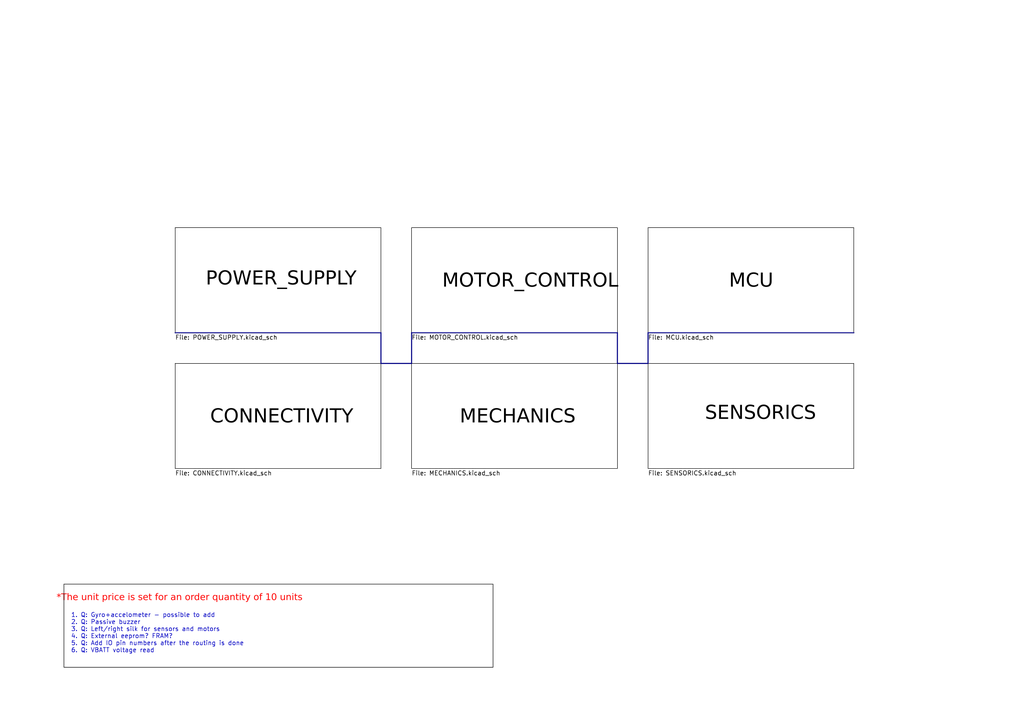
<source format=kicad_sch>
(kicad_sch (version 20231120) (generator "eeschema") (generator_version "8.0")
  (paper "A4")
  (title_block (title "SUMEC_MK_IV") (date "2024-08-05") (rev "v3.0.9") (company "SPS NA PROSEKU") (comment 1 "Made in Prague, Czech Republic") (comment 2 "CONTACT: Savva Popov, savva.popov.sp@gmail.com, +420 605 570 366") (comment 3 "Made by bismarx-v1") (comment 4 "SUMEC MK IV aka SMD-V3 board"))
  (lib_symbols
    (symbol "+3.3V_1" (power) (pin_numbers hide) (pin_names (offset 0) hide)
      (property "Value" "+3.3V_OUT" (at 0.0001 3.81 90))
      (symbol "+3.3V_1_1_1"
        (pin power_in line (at 0 0 90) (length 0) (name "~") (number "1"))
      )
    )
    (symbol "Connector:Conn_01x09_Socket" (pin_names (offset 1.016) hide)
      (property "Reference" "J" (at 0 12.7 0))
      (property "Value" "Conn_01x09_Socket" (at 0 -12.7 0))
      (symbol "Conn_01x09_Socket_1_1"
        (pin passive line (at -5.08 10.16 0) (length 3.81) (name "Pin_1") (number "1"))
        (pin passive line (at -5.08 7.62 0) (length 3.81) (name "Pin_2") (number "2"))
        (pin passive line (at -5.08 5.08 0) (length 3.81) (name "Pin_3") (number "3"))
        (pin passive line (at -5.08 2.54 0) (length 3.81) (name "Pin_4") (number "4"))
        (pin passive line (at -5.08 0 0) (length 3.81) (name "Pin_5") (number "5"))
        (pin passive line (at -5.08 -2.54 0) (length 3.81) (name "Pin_6") (number "6"))
        (pin passive line (at -5.08 -5.08 0) (length 3.81) (name "Pin_7") (number "7"))
        (pin passive line (at -5.08 -7.62 0) (length 3.81) (name "Pin_8") (number "8"))
        (pin passive line (at -5.08 -10.16 0) (length 3.81) (name "Pin_9") (number "9"))
      )
    )
    (symbol "Connector:TestPoint" (pin_numbers hide) (pin_names (offset 0.762) hide)
      (property "Reference" "TP" (at 0 6.858 0))
      (property "Value" "TestPoint" (at 0 5.08 0))
      (symbol "TestPoint_1_1"
        (pin passive line (at 0 0 90) (length 2.54) (name "1") (number "1"))
      )
    )
    (symbol "Converter_DCDC:TBA2-0511"
      (property "Reference" "U" (at -6.35 6.35 0))
      (property "Value" "TBA2-0511" (at 2.54 6.35 0))
      (symbol "TBA2-0511_1_1"
        (pin power_in line (at -10.16 2.54 0) (length 2.54) (name "+Vin") (number "1"))
        (pin power_in line (at -10.16 -2.54 0) (length 2.54) (name "-Vin") (number "2"))
        (pin power_out line (at 10.16 -2.54 180) (length 2.54) (name "-Vout") (number "4"))
        (pin power_out line (at 10.16 2.54 180) (length 2.54) (name "+Vout") (number "6"))
      )
    )
    (symbol "Device:C_Polarized" (pin_numbers hide) (pin_names (offset 0.254))
      (property "Reference" "C" (at 0.635 2.54 0))
      (property "Value" "C_Polarized" (at 0.635 -2.54 0))
      (symbol "C_Polarized_1_1"
        (pin passive line (at 0 3.81 270) (length 2.794) (name "~") (number "1"))
        (pin passive line (at 0 -3.81 90) (length 2.794) (name "~") (number "2"))
      )
    )
    (symbol "GND1_1" (power) (pin_numbers hide) (pin_names (offset 0) hide)
      (property "Value" "GND_OUT" (at 0 -5.08 0))
      (symbol "GND1_1_1_1"
        (pin power_in line (at 0 0 270) (length 0) (name "~") (number "1"))
      )
    )
    (symbol "Regulator_Linear:NCP1117-3.3_SOT223"
      (property "Reference" "U" (at -3.81 3.175 0))
      (property "Value" "NCP1117-3.3_SOT223" (at 0 3.175 0))
      (symbol "NCP1117-3.3_SOT223_1_1"
        (pin power_in line (at 0 -7.62 90) (length 2.54) (name "GND") (number "1"))
        (pin power_out line (at 7.62 0 180) (length 2.54) (name "VO") (number "2"))
        (pin power_in line (at -7.62 0 0) (length 2.54) (name "VI") (number "3"))
      )
    )
    (symbol "power:+3.3V" (power) (pin_numbers hide) (pin_names (offset 0) hide)
      (property "Value" "+3.3V" (at 0 3.556 0))
      (symbol "+3.3V_1_1"
        (pin power_in line (at 0 0 90) (length 0) (name "~") (number "1"))
      )
    )
    (symbol "power:+5V" (power) (pin_numbers hide) (pin_names (offset 0) hide)
      (property "Value" "+5V" (at 0 3.556 0))
      (symbol "+5V_1_1"
        (pin power_in line (at 0 0 90) (length 0) (name "~") (number "1"))
      )
    )
    (symbol "power:+5VP" (power) (pin_numbers hide) (pin_names (offset 0) hide)
      (property "Value" "+5V_OUT" (at -0.0001 3.81 90))
      (symbol "+5VP_1_1"
        (pin power_in line (at 0 0 90) (length 0) (name "~") (number "1"))
      )
    )
    (symbol "power:GND" (power) (pin_numbers hide) (pin_names (offset 0) hide)
      (property "Value" "GND" (at 0 -3.81 0))
      (symbol "GND_1_1"
        (pin power_in line (at 0 0 270) (length 0) (name "~") (number "1"))
      )
    )
    (symbol "sumec_sch_lib:LOGO SMALL" (pin_names (offset 1.016)))
  )
  (junction (at 360.68 147.32))
  (junction (at 345.44 147.32))
  (junction (at -104.14 125.73))
  (junction (at -134.62 68.58))
  (junction (at 356.87 147.32))
  (junction (at -130.81 125.73))
  (junction (at 353.06 147.32))
  (junction (at 349.25 147.32))
  (no_connect (at 345.44 151.13))
  (no_connect (at -105.41 19.05))
  (wire (pts (xy 360.68 147.32) (xy 364.49 147.32)))
  (bus (pts (xy 187.96 105.41) (xy 187.96 96.52)))
  (wire (pts (xy -128.27 6.35) (xy -125.73 6.35)))
  (bus (pts (xy 179.07 105.41) (xy 179.07 96.52)))
  (wire (pts (xy -104.14 68.58) (xy -106.68 68.58)))
  (wire (pts (xy -105.41 73.66) (xy -105.41 76.2)))
  (bus (pts (xy 110.49 105.41) (xy 110.49 96.52)))
  (wire (pts (xy 349.25 147.32) (xy 349.25 144.78)))
  (wire (pts (xy -130.81 127) (xy -130.81 125.73)))
  (wire (pts (xy 345.44 147.32) (xy 345.44 151.13)))
  (wire (pts (xy -100.33 125.73) (xy -104.14 125.73)))
  (wire (pts (xy -128.27 73.66) (xy -127 73.66)))
  (wire (pts (xy -137.16 68.58) (xy -134.62 68.58)))
  (bus (pts (xy 50.8 96.52) (xy 110.49 96.52)))
  (wire (pts (xy -128.27 8.89) (xy -125.73 8.89)))
  (wire (pts (xy 345.44 144.78) (xy 345.44 147.32)))
  (wire (pts (xy -105.41 73.66) (xy -106.68 73.66)))
  (wire (pts (xy -130.81 134.62) (xy -130.81 135.89)))
  (wire (pts (xy 345.44 147.32) (xy 349.25 147.32)))
  (wire (pts (xy -105.41 19.05) (xy -107.95 19.05)))
  (wire (pts (xy -104.14 6.35) (xy -107.95 6.35)))
  (wire (pts (xy -104.14 134.62) (xy -104.14 135.89)))
  (wire (pts (xy -130.81 125.73) (xy -124.46 125.73)))
  (wire (pts (xy 349.25 147.32) (xy 353.06 147.32)))
  (wire (pts (xy -104.14 11.43) (xy -107.95 11.43)))
  (wire (pts (xy -134.62 68.58) (xy -127 68.58)))
  (wire (pts (xy -109.22 125.73) (xy -104.14 125.73)))
  (wire (pts (xy -128.27 73.66) (xy -128.27 76.2)))
  (wire (pts (xy 356.87 144.78) (xy 356.87 147.32)))
  (wire (pts (xy 356.87 147.32) (xy 360.68 147.32)))
  (wire (pts (xy -104.14 8.89) (xy -107.95 8.89)))
  (bus (pts (xy 119.38 96.52) (xy 179.07 96.52)))
  (wire (pts (xy 360.68 147.32) (xy 360.68 144.78)))
  (bus (pts (xy 187.96 105.41) (xy 179.07 105.41)))
  (wire (pts (xy -116.84 135.89) (xy -116.84 133.35)))
  (wire (pts (xy 353.06 147.32) (xy 356.87 147.32)))
  (wire (pts (xy -104.14 127) (xy -104.14 125.73)))
  (wire (pts (xy -134.62 125.73) (xy -130.81 125.73)))
  (wire (pts (xy 353.06 144.78) (xy 353.06 147.32)))
  (bus (pts (xy 119.38 105.41) (xy 110.49 105.41)))
  (bus (pts (xy 119.38 105.41) (xy 119.38 96.52)))
  (bus (pts (xy 187.96 96.52) (xy 247.65 96.52)))
  (wire (pts (xy -128.27 11.43) (xy -125.73 11.43)))
  (wire (pts (xy 364.49 144.78) (xy 364.49 147.32)))
  (rectangle (start -146.05 34.29) (end -110.49 44.45))
  (rectangle (start 299.72 118.745) (end 407.67 164.465) (stroke (width 0) (type dash) (color 0 0 0 1)))
  (rectangle (start -96.52 96.901) (end -85.09 101.981) (stroke (width 0) (color 0 132 0 1)))
  (rectangle (start -148.59 113.03) (end -83.82 161.29) (stroke (width 0) (type dash) (color 0 0 0 1)))
  (rectangle (start -146.177 87.63) (end -106.68 101.6))
  (rectangle (start -96.774 32.766) (end -86.614 37.846) (stroke (width 0) (color 0 132 0 1)))
  (rectangle (start -96.52 153.67) (end -86.36 158.75) (stroke (width 0) (color 0 132 0 1)))
  (rectangle (start -148.59 55.88) (end -83.82 104.14) (stroke (width 0) (type dash) (color 0 0 0 1)))
  (rectangle (start -148.59 -1.27) (end -83.82 46.99) (stroke (width 0) (type dash) (color 0 0 0 1)))
  (rectangle (start -96.774 39.116) (end -86.614 44.196) (stroke (width 0) (color 0 132 0 1)))
  (rectangle (start -146.05 147.32) (end -119.38 158.75))
  (rectangle (start 18.542 169.418) (end 143.002 193.548) (stroke (width 0) (color 0 0 0 1)))
  (text "42,35CZK" (at -91.694 41.91 0) (effects (font (size 1.27 1.27))))
  (text "SUMEC LINKTREE" (at 357.505 139.7 90) (effects (font (size 1 1) (italic yes)) (justify left bottom)))
  (text "43,86CZK" (at -91.44 35.56 0) (effects (font (size 1.27 1.27))))
  (text "M" (at -97.79 35.56 0) (effects (font (size 1.27 1.27))))
  (text "ART" (at 299.72 118.745 0) (effects (font (size 5 5) (bold yes)) (justify left bottom)))
  (text "LDO. VOLTAGE REG." (at -118.872 111.379 0) (effects (font (size 3.81 3.81) (thickness 1.016) (bold yes))))
  (text "ULTRAKILL V1" (at 353.695 139.7 90) (effects (font (size 1 1) (italic yes)) (justify left bottom)))
  (text "Isolation: 1.5kV\nOutput current: 400mA\nOutput voltage: 5V\nInput voltage: 4.5V-5.5V\nOutput power: 2W\nBUILT IN SHORT CIRCUIT PROTECTION" (at -145.034 95.25 0) (effects (font (size 1.27 1.27)) (justify left)))
  (text "F" (at -97.79 42.164 0) (effects (font (size 1.27 1.27))))
  (text "1. Q: Gyro+accelometer - possible to add\n2. Q: Passive buzzer\n3. Q: Left/right silk for sensors and motors\n4. Q: External eeprom? FRAM?\n5. Q: Add IO pin numbers after the routing is done\n6. Q: VBATT voltage read" (at 20.574 183.642 0) (effects (font (size 1.27 1.27)) (justify left)))
  (text "SPS LOGO" (at 346.075 139.7 90) (effects (font (size 1 1) (italic yes)) (justify left bottom)))
  (text "*The unit price is set for an order quantity of 10 units" (at 52.07 173.99 0) (effects (font (size 1.905 1.905))))
  (text "11,53CZK" (at -91.44 156.464 0) (effects (font (size 1.27 1.27))))
  (text "Molex 9Pin header, 3.5mm\n \nPlug (female conn): 39503-3009" (at -145.288 39.878 0) (effects (font (size 1.27 1.27)) (justify left)))
  (text "105,50CZK" (at -90.678 99.822 0) (effects (font (size 1.27 1.27))))
  (text "SUMEC LOGO" (at 349.885 139.7 90) (effects (font (size 1 1) (italic yes)) (justify left bottom)))
  (text "ME FR" (at 365.125 139.7 90) (effects (font (size 1 1) (italic yes)) (justify left bottom)))
  (text "Output voltage: 3.3V\nOutput current: 1A\nMax Input voltage: 12V\nQuiescent Current: 6mA" (at -145.034 153.416 0) (effects (font (size 1.27 1.27)) (justify left)))
  (text "FREEFALL PANEL" (at 361.315 139.7 90) (effects (font (size 1 1) (italic yes)) (justify left bottom)))
  (text "CONNECTORS" (at -116.205 -3.81 0) (effects (font (size 3.81 3.81) (thickness 1.016) (bold yes))))
  (text "POWER ISOLATION" (at -117.475 53.975 0) (effects (font (size 3.81 3.81) (thickness 1.016) (bold yes))))
  (global_label "GPIO_EXT_0" (shape output) (at -107.95 21.59 0) (effects (font (size 0.889 0.889))) (property "Intersheetrefs" "${INTERSHEET_REFS}" (effects (hide yes))))
  (global_label "GPIO_OPTO_1" (shape input) (at -125.73 24.13 180) (effects (font (size 0.889 0.889))) (property "Intersheetrefs" "${INTERSHEET_REFS}" (effects (hide yes))))
  (global_label "GPIO_EXT_2" (shape output) (at -107.95 26.67 0) (effects (font (size 0.889 0.889))) (property "Intersheetrefs" "${INTERSHEET_REFS}" (effects (hide yes))))
  (global_label "RS-485_-" (shape output) (at -107.95 16.51 0) (effects (font (size 0.889 0.889))) (property "Intersheetrefs" "${INTERSHEET_REFS}" (effects (hide yes))))
  (global_label "GPIO_COMM" (shape input) (at -125.73 16.51 180) (effects (font (size 0.889 0.889))) (property "Intersheetrefs" "${INTERSHEET_REFS}" (effects (hide yes))))
  (global_label "GPIO_EXT_1" (shape output) (at -107.95 24.13 0) (effects (font (size 0.889 0.889))) (property "Intersheetrefs" "${INTERSHEET_REFS}" (effects (hide yes))))
  (global_label "RS-485_+" (shape output) (at -107.95 13.97 0) (effects (font (size 0.889 0.889))) (property "Intersheetrefs" "${INTERSHEET_REFS}" (effects (hide yes))))
  (global_label "GPIO_OPTO_2" (shape input) (at -125.73 26.67 180) (effects (font (size 0.889 0.889))) (property "Intersheetrefs" "${INTERSHEET_REFS}" (effects (hide yes))))
  (global_label "GPIO_OPTO_0" (shape input) (at -125.73 21.59 180) (effects (font (size 0.889 0.889))) (property "Intersheetrefs" "${INTERSHEET_REFS}" (effects (hide yes))))
  (global_label "GPIO_R" (shape output) (at -125.73 13.97 180) (effects (font (size 0.889 0.889))) (property "Intersheetrefs" "${INTERSHEET_REFS}" (effects (hide yes))))
  (global_label "GPIO_D" (shape input) (at -125.73 19.05 180) (effects (font (size 0.889 0.889))) (property "Intersheetrefs" "${INTERSHEET_REFS}" (effects (hide yes))))
  (symbol (lib_id "Device:C_Polarized") (at -104.14 130.81 0) (mirror y) (unit 1)
    (property "Reference" "C29" (at -101.092 129.286 0) (effects (justify right)))
    (property "Value" "10uF" (at -101.092 131.826 0) (effects (justify right)))
    (property "Footprint" "Capacitor_Tantalum_SMD:CP_EIA-3216-18_Kemet-A_Pad1.58x1.35mm_HandSolder" (effects (hide yes)))
    (property "Description" "Polarized capacitor" (effects (hide yes)))
  )
  (symbol (lib_id "Connector:Conn_01x09_Socket") (at -113.03 16.51 180) (unit 1)
    (property "Reference" "J16" (at -111.76 4.318 0) (effects (justify left)))
    (property "Value" "39502-1009" (at -101.6 29.21 0) (effects (justify left)))
    (property "Footprint" "IoTGW:Molex_9pin_3.50" (effects (hide yes)))
    (property "Description" "Generic connector, single row, 01x09, script generated" (effects (hide yes)))
  )
  (symbol (lib_id "power:GND") (at -128.27 11.43 270) (unit 1)
    (property "Reference" "#PWR090" (effects (hide yes)))
    (property "Value" "GND" (at -133.604 11.684 90))
    (property "Description" "Power symbol creates a global label with name \"GND\" , ground" (effects (hide yes)))
  )
  (symbol (lib_id "Connector:TestPoint") (at 356.87 144.78 0) (unit 1)
    (property "Reference" "TP9" (effects (hide yes)))
    (property "Value" "TestPoint" (effects (hide yes)))
    (property "Footprint" "sumec_graphic:SUMEC_QR_IMG" (effects (hide yes)))
    (property "Description" "test point" (effects (hide yes)))
  )
  (symbol (lib_id "power:GND") (at -128.27 76.2 0) (unit 1)
    (property "Reference" "#PWR091" (effects (hide yes)))
    (property "Value" "GND" (at -128.27 81.28 0))
    (property "Description" "Power symbol creates a global label with name \"GND\" , ground" (effects (hide yes)))
  )
  (symbol (lib_name "GND1_1") (lib_id "power:GND1") (at -105.41 76.2 0) (mirror y) (unit 1)
    (property "Reference" "#PWR093" (effects (hide yes)))
    (property "Value" "GND_OUT" (at -105.41 81.28 0))
    (property "Description" "Power symbol creates a global label with name \"GND1\" , ground" (effects (hide yes)))
  )
  (symbol (lib_id "power:+5VP") (at -104.14 8.89 270) (unit 1)
    (property "Reference" "#PWR095" (effects (hide yes)))
    (property "Value" "+5V_OUT" (at -97.028 8.89 90))
    (property "Description" "Power symbol creates a global label with name \"+5VP\"" (effects (hide yes)))
  )
  (symbol (lib_id "Connector:TestPoint") (at 353.06 144.78 0) (unit 1)
    (property "Reference" "TP8" (effects (hide yes)))
    (property "Value" "TestPoint" (effects (hide yes)))
    (property "Footprint" "sumec_graphic:ULTRAKILL_IMG" (effects (hide yes)))
    (property "Description" "test point" (effects (hide yes)))
  )
  (symbol (lib_id "Device:C_Polarized") (at -130.81 130.81 0) (mirror y) (unit 1)
    (property "Reference" "C28" (at -127.762 129.286 0) (effects (justify right)))
    (property "Value" "10uF" (at -127.762 131.826 0) (effects (justify right)))
    (property "Footprint" "Capacitor_Tantalum_SMD:CP_EIA-3216-18_Kemet-A_Pad1.58x1.35mm_HandSolder" (effects (hide yes)))
    (property "Description" "Polarized capacitor" (effects (hide yes)))
  )
  (symbol (lib_name "GND1_1") (lib_id "power:GND1") (at -104.14 11.43 90) (mirror x) (unit 1)
    (property "Reference" "#PWR096" (effects (hide yes)))
    (property "Value" "GND_OUT" (at -100.33 11.4299 90) (effects (justify right)))
    (property "Description" "Power symbol creates a global label with name \"GND1\" , ground" (effects (hide yes)))
  )
  (symbol (lib_id "Connector:TestPoint") (at 360.68 144.78 0) (unit 1)
    (property "Reference" "TP10" (effects (hide yes)))
    (property "Value" "TestPoint" (effects (hide yes)))
    (property "Footprint" "sumec_graphic:FREEFALL2_IMG" (effects (hide yes)))
    (property "Description" "test point" (effects (hide yes)))
  )
  (symbol (lib_id "power:+3.3V") (at -128.27 6.35 90) (unit 1)
    (property "Reference" "#PWR088" (effects (hide yes)))
    (property "Value" "+3.3V" (at -132.08 6.3499 90) (effects (justify left)))
    (property "Description" "Power symbol creates a global label with name \"+3.3V\"" (effects (hide yes)))
  )
  (symbol (lib_id "Connector:TestPoint") (at 364.49 144.78 0) (unit 1)
    (property "Reference" "TP11" (effects (hide yes)))
    (property "Value" "TestPoint" (effects (hide yes)))
    (property "Footprint" "sumec_graphic:ME_FR_IMG" (effects (hide yes)))
    (property "Description" "test point" (effects (hide yes)))
  )
  (symbol (lib_id "power:GND") (at -134.62 76.2 0) (unit 1)
    (property "Reference" "#PWR085" (effects (hide yes)))
    (property "Value" "GND" (at -134.62 81.28 0))
    (property "Description" "Power symbol creates a global label with name \"GND\" , ground" (effects (hide yes)))
  )
  (symbol (lib_id "power:+5V") (at -137.16 68.58 90) (unit 1)
    (property "Reference" "#PWR084" (effects (hide yes)))
    (property "Value" "+5V" (at -140.97 68.5799 90) (effects (justify left)))
    (property "Description" "Power symbol creates a global label with name \"+5V\"" (effects (hide yes)))
  )
  (symbol (lib_id "sumec_sch_lib:LOGO SMALL") (at 176.53 -38.1 0) (unit 1)
    (property "Reference" "#G1" (effects (hide yes)))
    (property "Value" "LOGO SMALL" (effects (hide yes)))
  )
  (symbol (lib_name "+3.3V_1") (lib_id "power:+3.3V") (at -100.33 125.73 270) (unit 1)
    (property "Reference" "#PWR099" (effects (hide yes)))
    (property "Value" "+3.3V_OUT" (at -105.41 123.19 90) (effects (justify left)))
    (property "Description" "Power symbol creates a global label with name \"+3.3V\"" (effects (hide yes)))
  )
  (symbol (lib_id "Regulator_Linear:NCP1117-3.3_SOT223") (at -116.84 125.73 0) (unit 1)
    (property "Reference" "U6" (at -116.84 119.38 0))
    (property "Value" "NCP1117-3.3" (at -116.84 121.92 0))
    (property "Footprint" "Package_TO_SOT_SMD:SOT-223-3_TabPin2" (effects (hide yes)))
    (property "Datasheet" "http://www.onsemi.com/pub_link/Collateral/NCP1117-D.PDF" (effects (hide yes)))
    (property "Description" "1A Low drop-out regulator, Fixed Output 3.3V, SOT-223" (effects (hide yes)))
  )
  (symbol (lib_name "+3.3V_1") (lib_id "power:+3.3V") (at -104.14 6.35 270) (unit 1)
    (property "Reference" "#PWR094" (effects (hide yes)))
    (property "Value" "+3.3V_OUT" (at -101.092 6.35 90) (effects (justify left)))
    (property "Description" "Power symbol creates a global label with name \"+3.3V\"" (effects (hide yes)))
  )
  (symbol (lib_id "Device:C_Polarized") (at -134.62 72.39 0) (unit 1)
    (property "Reference" "C27" (at -137.16 71.374 0) (effects (justify right)))
    (property "Value" "22uF" (at -137.16 73.406 0) (effects (justify right)))
    (property "Footprint" "Capacitor_SMD:C_0805_2012Metric_Pad1.18x1.45mm_HandSolder" (effects (hide yes)))
    (property "Description" "Polarized capacitor" (effects (hide yes)))
  )
  (symbol (lib_id "power:+5V") (at -128.27 8.89 90) (unit 1)
    (property "Reference" "#PWR089" (effects (hide yes)))
    (property "Value" "+5V" (at -132.08 8.8899 90) (effects (justify left)))
    (property "Description" "Power symbol creates a global label with name \"+5V\"" (effects (hide yes)))
  )
  (symbol (lib_name "GND1_1") (lib_id "power:GND1") (at -130.81 135.89 0) (mirror y) (unit 1)
    (property "Reference" "#PWR087" (effects (hide yes)))
    (property "Value" "GND_OUT" (at -130.81 140.97 0))
    (property "Description" "Power symbol creates a global label with name \"GND1\" , ground" (effects (hide yes)))
  )
  (symbol (lib_name "GND1_1") (lib_id "power:GND1") (at -104.14 135.89 0) (mirror y) (unit 1)
    (property "Reference" "#PWR098" (effects (hide yes)))
    (property "Value" "GND_OUT" (at -104.14 140.97 0))
    (property "Description" "Power symbol creates a global label with name \"GND1\" , ground" (effects (hide yes)))
  )
  (symbol (lib_id "power:+5VP") (at -134.62 125.73 90) (unit 1)
    (property "Reference" "#PWR086" (effects (hide yes)))
    (property "Value" "+5V_OUT" (at -134.62 123.19 90))
    (property "Description" "Power symbol creates a global label with name \"+5VP\"" (effects (hide yes)))
  )
  (symbol (lib_id "Converter_DCDC:TBA2-0511") (at -116.84 71.12 0) (unit 1)
    (property "Reference" "U5" (at -116.84 60.96 0))
    (property "Value" "TBA2-0511" (at -116.84 63.5 0))
    (property "Footprint" "Converter_DCDC:Converter_DCDC_TRACO_TBA2-xxxx_Single_THT" (effects (hide yes)))
    (property "Datasheet" "https://www.tracopower.com/products/tba2.pdf" (effects (hide yes)))
    (property "Description" "2W DC/DC converter unregulated, 4.5-5.5V input, 5V fixed output voltage, 400mA output, 1.5kVDC isolation, SIP-7" (effects (hide yes)))
  )
  (symbol (lib_name "GND1_1") (lib_id "power:GND1") (at -116.84 135.89 0) (mirror y) (unit 1)
    (property "Reference" "#PWR092" (effects (hide yes)))
    (property "Value" "GND_OUT" (at -116.84 140.97 0))
    (property "Description" "Power symbol creates a global label with name \"GND1\" , ground" (effects (hide yes)))
  )
  (symbol (lib_id "Connector:TestPoint") (at 345.44 144.78 0) (unit 1)
    (property "Reference" "TP6" (effects (hide yes)))
    (property "Value" "TestPoint" (effects (hide yes)))
    (property "Footprint" "sumec_graphic:SPS_LOGO_IMG" (effects (hide yes)))
    (property "Description" "test point" (effects (hide yes)))
  )
  (symbol (lib_id "Connector:TestPoint") (at 349.25 144.78 0) (unit 1)
    (property "Reference" "TP7" (effects (hide yes)))
    (property "Value" "TestPoint" (effects (hide yes)))
    (property "Footprint" "sumec_graphic:SUMEC_LOGO_IMG" (effects (hide yes)))
    (property "Description" "test point" (effects (hide yes)))
  )
  (symbol (lib_id "Connector:Conn_01x09_Socket") (at -120.65 16.51 0) (unit 1)
    (property "Reference" "J15" (at -121.92 4.318 0) (effects (justify left)))
    (property "Value" "39502-1009" (at -132.715 29.21 0) (effects (justify left)))
    (property "Footprint" "IoTGW:Molex_9pin_3.50" (effects (hide yes)))
    (property "Description" "Generic connector, single row, 01x09, script generated" (effects (hide yes)))
  )
  (symbol (lib_id "power:+5VP") (at -104.14 68.58 270) (unit 1)
    (property "Reference" "#PWR097" (effects (hide yes)))
    (property "Value" "+5V_OUT" (at -100.33 68.5799 90) (effects (justify left)))
    (property "Description" "Power symbol creates a global label with name \"+5VP\"" (effects (hide yes)))
  )
  (sheet (at 187.96 66.04) (size 59.69 30.48) (stroke (width 0.1524) (color 0 0 0 1)) (fill (color 255 255 255 1.0000))
    (property "Sheetname" "MCU" (at 211.455 83.82 0) (effects (font (size 4 4)) (justify left bottom)))
    (property "Sheetfile" "MCU.kicad_sch" (at 187.96 97.1046 0) (effects (justify left top)))
  )
  (sheet (at 119.38 66.04) (size 59.69 30.48) (stroke (width 0.1524) (color 0 0 0 1)) (fill (color 255 255 255 1.0000))
    (property "Sheetname" "MOTOR_CONTROL" (at 128.27 83.82 0) (effects (font (size 4 4)) (justify left bottom)))
    (property "Sheetfile" "MOTOR_CONTROL.kicad_sch" (at 119.38 97.1046 0) (effects (justify left top)))
  )
  (sheet (at 187.96 105.41) (size 59.69 30.48) (stroke (width 0.1524) (color 0 0 0 1)) (fill (color 255 255 255 1.0000))
    (property "Sheetname" "SENSORICS" (at 204.47 122.174 0) (effects (font (size 4 4)) (justify left bottom)))
    (property "Sheetfile" "SENSORICS.kicad_sch" (at 187.96 136.4746 0) (effects (justify left top)))
  )
  (sheet (at 119.38 105.41) (size 59.69 30.48) (stroke (width 0.1524) (color 0 0 0 1)) (fill (color 255 255 255 1.0000))
    (property "Sheetname" "MECHANICS" (at 133.35 123.19 0) (effects (font (size 4 4)) (justify left bottom)))
    (property "Sheetfile" "MECHANICS.kicad_sch" (at 119.38 136.4746 0) (effects (justify left top)))
  )
  (sheet (at 50.8 105.41) (size 59.69 30.48) (stroke (width 0.1524) (color 0 0 0 1)) (fill (color 255 255 255 1.0000))
    (property "Sheetname" "CONNECTIVITY" (at 60.96 123.19 0) (effects (font (size 4 4)) (justify left bottom)))
    (property "Sheetfile" "CONNECTIVITY.kicad_sch" (at 50.8 136.4746 0) (effects (justify left top)))
  )
  (sheet (at 50.8 66.04) (size 59.69 30.48) (stroke (width 0.1524) (color 0 0 0 1)) (fill (color 255 255 255 1.0000))
    (property "Sheetname" "POWER_SUPPLY" (at 59.69 83.185 0) (effects (font (size 4 4)) (justify left bottom)))
    (property "Sheetfile" "POWER_SUPPLY.kicad_sch" (at 50.8 97.1046 0) (effects (justify left top)))
  )
)
</source>
